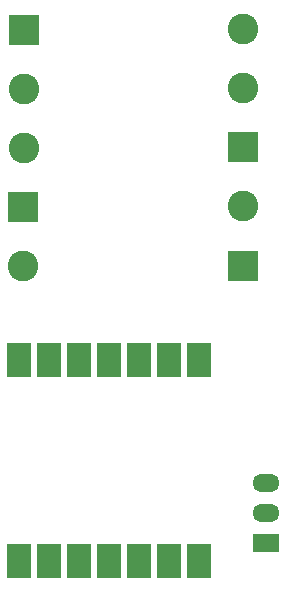
<source format=gbr>
%TF.GenerationSoftware,KiCad,Pcbnew,8.0.6-8.0.6-0~ubuntu24.04.1*%
%TF.CreationDate,2024-10-21T11:40:19+11:00*%
%TF.ProjectId,PCB-Receiver,5043422d-5265-4636-9569-7665722e6b69,rev?*%
%TF.SameCoordinates,Original*%
%TF.FileFunction,Soldermask,Bot*%
%TF.FilePolarity,Negative*%
%FSLAX46Y46*%
G04 Gerber Fmt 4.6, Leading zero omitted, Abs format (unit mm)*
G04 Created by KiCad (PCBNEW 8.0.6-8.0.6-0~ubuntu24.04.1) date 2024-10-21 11:40:19*
%MOMM*%
%LPD*%
G01*
G04 APERTURE LIST*
%ADD10R,2.000000X3.000000*%
%ADD11R,2.600000X2.600000*%
%ADD12C,2.600000*%
%ADD13O,2.300000X1.500000*%
%ADD14R,2.300000X1.500000*%
G04 APERTURE END LIST*
D10*
%TO.C,U3*%
X76300000Y-60000000D03*
X78840000Y-60000000D03*
X81380000Y-60000000D03*
X83920000Y-60000000D03*
X86460000Y-60000000D03*
X89000000Y-60000000D03*
X91540000Y-60000000D03*
X91540000Y-77000000D03*
X89000000Y-77000000D03*
X86460000Y-77000000D03*
X83920000Y-77000000D03*
X81380000Y-77000000D03*
X78840000Y-77000000D03*
X76300000Y-77000000D03*
%TD*%
D11*
%TO.C,J5*%
X95305000Y-51970000D03*
D12*
X95305000Y-46970000D03*
%TD*%
D11*
%TO.C,J3*%
X76750000Y-32000000D03*
D12*
X76750000Y-37000000D03*
X76750000Y-42000000D03*
%TD*%
D11*
%TO.C,J1*%
X95305000Y-41970000D03*
D12*
X95305000Y-36970000D03*
X95305000Y-31970000D03*
%TD*%
D11*
%TO.C,J2*%
X76695000Y-47000000D03*
D12*
X76695000Y-52000000D03*
%TD*%
D13*
%TO.C,U2*%
X97207500Y-70367000D03*
X97207500Y-72907000D03*
D14*
X97207500Y-75447000D03*
%TD*%
M02*

</source>
